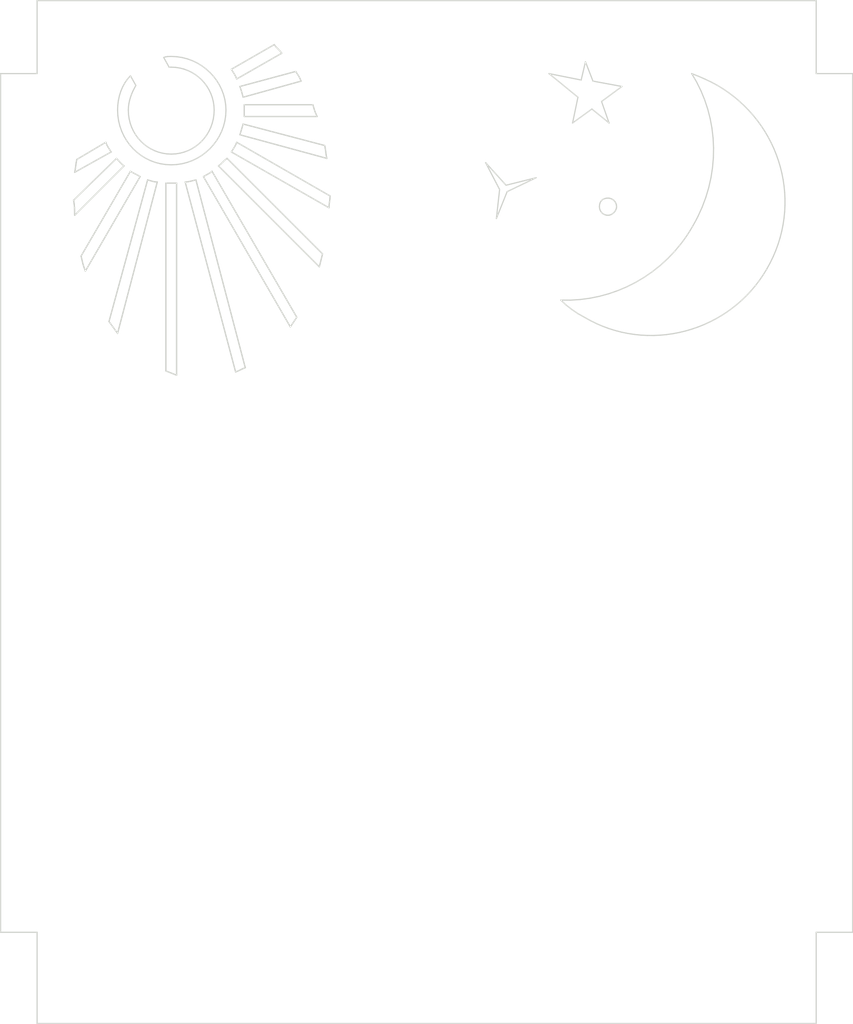
<source format=kicad_pcb>

(kicad_pcb (version 4) (host pcbnew 4.0.7)

	(general
		(links 0)
		(no_connects 0)
		(area 77.052499 41.877835 92.193313 53.630501)
		(thickness 1.6)
		(drawings 8)
		(tracks 0)
		(zones 0)
		(modules 1)
		(nets 1)
	)

	(page A4)
	(layers
		(0 F.Cu signal)
		(31 B.Cu signal)
		(32 B.Adhes user)
		(33 F.Adhes user)
		(34 B.Paste user)
		(35 F.Paste user)
		(36 B.SilkS user)
		(37 F.SilkS user)
		(38 B.Mask user)
		(39 F.Mask user)
		(40 Dwgs.User user)
		(41 Cmts.User user)
		(42 Eco1.User user)
		(43 Eco2.User user)
		(44 Edge.Cuts user)
		(45 Margin user)
		(46 B.CrtYd user)
		(47 F.CrtYd user)
		(48 B.Fab user)
		(49 F.Fab user)
	)

	(setup
		(last_trace_width 0.25)
		(trace_clearance 0.2)
		(zone_clearance 0.508)
		(zone_45_only no)
		(trace_min 0.2)
		(segment_width 0.2)
		(edge_width 0.15)
		(via_size 0.6)
		(via_drill 0.4)
		(via_min_size 0.4)
		(via_min_drill 0.3)
		(uvia_size 0.3)
		(uvia_drill 0.1)
		(uvias_allowed no)
		(uvia_min_size 0.2)
		(uvia_min_drill 0.1)
		(pcb_text_width 0.3)
		(pcb_text_size 1.5 1.5)
		(mod_edge_width 0.15)
		(mod_text_size 1 1)
		(mod_text_width 0.15)
		(pad_size 1.524 1.524)
		(pad_drill 0.762)
		(pad_to_mask_clearance 0.2)
		(aux_axis_origin 0 0)
		(visible_elements FFFFFF7F)
		(pcbplotparams
			(layerselection 0x010f0_80000001)
			(usegerberextensions false)
			(excludeedgelayer true)
			(linewidth 0.100000)
			(plotframeref false)
			(viasonmask false)
			(mode 1)
			(useauxorigin false)
			(hpglpennumber 1)
			(hpglpenspeed 20)
			(hpglpendiameter 15)
			(hpglpenoverlay 2)
			(psnegative false)
			(psa4output false)
			(plotreference true)
			(plotvalue true)
			(plotinvisibletext false)
			(padsonsilk false)
			(subtractmaskfromsilk false)
			(outputformat 1)
			(mirror false)
			(drillshape 1)
			(scaleselection 1)
			(outputdirectory gerbers/))
	)

	(net 0 "")

	(net_class Default "This is the default net class."
		(clearance 0.2)
		(trace_width 0.25)
		(via_dia 0.6)
		(via_drill 0.4)
		(uvia_dia 0.3)
		(uvia_drill 0.1)
	)
(gr_line (start 23.273100 -43.019920) (end 23.273100 27.535600) (layer Edge.Cuts) (width 0.1))
(gr_line (start 23.273100 27.535600) (end 20.274500 27.535600) (layer Edge.Cuts) (width 0.1))
(gr_line (start 20.274500 27.535600) (end 20.274500 35.032200) (layer Edge.Cuts) (width 0.1))
(gr_line (start 20.274500 35.032200) (end -43.754650 35.032200) (layer Edge.Cuts) (width 0.1))
(gr_line (start -43.754650 35.032200) (end -43.754650 27.535600) (layer Edge.Cuts) (width 0.1))
(gr_line (start -43.754650 27.535600) (end -46.753260 27.535600) (layer Edge.Cuts) (width 0.1))
(gr_line (start -46.753260 27.535600) (end -46.753260 -43.019920) (layer Edge.Cuts) (width 0.1))
(gr_line (start -46.753260 -43.019920) (end -43.754650 -43.019920) (layer Edge.Cuts) (width 0.1))
(gr_line (start -43.754650 -43.019920) (end -43.754650 -49.017140) (layer Edge.Cuts) (width 0.1))
(gr_line (start -43.754650 -49.017140) (end 20.274500 -49.017140) (layer Edge.Cuts) (width 0.1))
(gr_line (start 20.274500 -49.017140) (end 20.274500 -43.019920) (layer Edge.Cuts) (width 0.1))
(gr_line (start 20.274500 -43.019920) (end 23.273100 -43.019920) (layer Edge.Cuts) (width 0.1))
(gr_line (start 23.273100 -43.019920) (end 23.273100 -43.019920) (layer Edge.Cuts) (width 0.1))
(gr_line (start -32.730300 -34.024100) (end -32.289400 -34.024100) (layer Edge.Cuts) (width 0.1))
(gr_line (start -32.289400 -34.024100) (end -32.289400 -18.237300) (layer Edge.Cuts) (width 0.1))
(gr_line (start -32.289400 -18.237300) (end -32.730300 -18.413700) (layer Edge.Cuts) (width 0.1))
(gr_line (start -32.730300 -18.413700) (end -33.171300 -18.590100) (layer Edge.Cuts) (width 0.1))
(gr_line (start -33.171300 -18.590100) (end -33.171300 -34.024100) (layer Edge.Cuts) (width 0.1))
(gr_line (start -33.171300 -34.024100) (end -32.730300 -34.024100) (layer Edge.Cuts) (width 0.1))
(gr_line (start -32.730300 -34.024100) (end -32.730300 -34.024100) (layer Edge.Cuts) (width 0.1))
(gr_line (start -32.730300 -34.024100) (end -32.730300 -34.024100) (layer Edge.Cuts) (width 0.1))
(gr_line (start -26.644900 -18.854600) (end -26.843400 -18.774700) (layer Edge.Cuts) (width 0.1))
(gr_line (start -26.843400 -18.774700) (end -27.041800 -18.678300) (layer Edge.Cuts) (width 0.1))
(gr_line (start -27.041800 -18.678300) (end -27.240200 -18.581800) (layer Edge.Cuts) (width 0.1))
(gr_line (start -27.240200 -18.581800) (end -27.438700 -18.501900) (layer Edge.Cuts) (width 0.1))
(gr_line (start -27.438700 -18.501900) (end -31.583800 -34.112300) (layer Edge.Cuts) (width 0.1))
(gr_line (start -31.583800 -34.112300) (end -31.384000 -34.127400) (layer Edge.Cuts) (width 0.1))
(gr_line (start -31.384000 -34.127400) (end -31.175900 -34.167400) (layer Edge.Cuts) (width 0.1))
(gr_line (start -31.175900 -34.167400) (end -30.701900 -34.288700) (layer Edge.Cuts) (width 0.1))
(gr_line (start -30.701900 -34.288700) (end -26.644900 -18.854600) (layer Edge.Cuts) (width 0.1))
(gr_line (start -26.644900 -18.854600) (end -26.644900 -18.854600) (layer Edge.Cuts) (width 0.1))
(gr_line (start -22.411600 -22.999800) (end -22.940800 -22.206000) (layer Edge.Cuts) (width 0.1))
(gr_line (start -22.940800 -22.206000) (end -30.084500 -34.553300) (layer Edge.Cuts) (width 0.1))
(gr_line (start -30.084500 -34.553300) (end -29.887500 -34.671800) (layer Edge.Cuts) (width 0.1))
(gr_line (start -29.887500 -34.671800) (end -29.698700 -34.773700) (layer Edge.Cuts) (width 0.1))
(gr_line (start -29.698700 -34.773700) (end -29.526400 -34.875700) (layer Edge.Cuts) (width 0.1))
(gr_line (start -29.526400 -34.875700) (end -29.379000 -34.994200) (layer Edge.Cuts) (width 0.1))
(gr_line (start -29.379000 -34.994200) (end -22.411600 -22.999800) (layer Edge.Cuts) (width 0.1))
(gr_line (start -22.411600 -22.999800) (end -22.411600 -22.999800) (layer Edge.Cuts) (width 0.1))
(gr_line (start -20.294900 -28.203300) (end -20.559500 -27.144900) (layer Edge.Cuts) (width 0.1))
(gr_line (start -20.559500 -27.144900) (end -28.849800 -35.435200) (layer Edge.Cuts) (width 0.1))
(gr_line (start -28.849800 -35.435200) (end -28.665100 -35.581300) (layer Edge.Cuts) (width 0.1))
(gr_line (start -28.665100 -35.581300) (end -28.497000 -35.743900) (layer Edge.Cuts) (width 0.1))
(gr_line (start -28.497000 -35.743900) (end -28.328900 -35.906500) (layer Edge.Cuts) (width 0.1))
(gr_line (start -28.328900 -35.906500) (end -28.144200 -36.052600) (layer Edge.Cuts) (width 0.1))
(gr_line (start -28.144200 -36.052600) (end -20.294900 -28.203300) (layer Edge.Cuts) (width 0.1))
(gr_line (start -20.294900 -28.203300) (end -20.294900 -28.203300) (layer Edge.Cuts) (width 0.1))
(gr_line (start -19.677600 -32.965800) (end -19.677600 -32.965800) (layer Edge.Cuts) (width 0.1))
(gr_line (start -19.677600 -32.965800) (end -19.691300 -32.714900) (layer Edge.Cuts) (width 0.1))
(gr_line (start -19.691300 -32.714900) (end -19.721700 -32.480700) (layer Edge.Cuts) (width 0.1))
(gr_line (start -19.721700 -32.480700) (end -19.752000 -32.246400) (layer Edge.Cuts) (width 0.1))
(gr_line (start -19.752000 -32.246400) (end -19.765800 -31.995600) (layer Edge.Cuts) (width 0.1))
(gr_line (start -19.765800 -31.995600) (end -27.791500 -36.581700) (layer Edge.Cuts) (width 0.1))
(gr_line (start -27.791500 -36.581700) (end -27.537900 -36.978600) (layer Edge.Cuts) (width 0.1))
(gr_line (start -27.537900 -36.978600) (end -27.431800 -37.177000) (layer Edge.Cuts) (width 0.1))
(gr_line (start -27.431800 -37.177000) (end -27.350500 -37.375500) (layer Edge.Cuts) (width 0.1))
(gr_line (start -27.350500 -37.375500) (end -19.677600 -32.965800) (layer Edge.Cuts) (width 0.1))
(gr_line (start -19.677600 -32.965800) (end -19.677600 -32.965800) (layer Edge.Cuts) (width 0.1))
(gr_line (start -19.942200 -36.052600) (end -27.085900 -37.992800) (layer Edge.Cuts) (width 0.1))
(gr_line (start -27.085900 -37.992800) (end -26.821300 -38.874800) (layer Edge.Cuts) (width 0.1))
(gr_line (start -26.821300 -38.874800) (end -20.118500 -37.110900) (layer Edge.Cuts) (width 0.1))
(gr_line (start -20.118500 -37.110900) (end -20.066200 -36.846300) (layer Edge.Cuts) (width 0.1))
(gr_line (start -20.066200 -36.846300) (end -20.030300 -36.581700) (layer Edge.Cuts) (width 0.1))
(gr_line (start -20.030300 -36.581700) (end -19.994500 -36.317100) (layer Edge.Cuts) (width 0.1))
(gr_line (start -19.994500 -36.317100) (end -19.942200 -36.052600) (layer Edge.Cuts) (width 0.1))
(gr_line (start -19.942200 -36.052600) (end -19.942200 -36.052600) (layer Edge.Cuts) (width 0.1))
(gr_line (start -19.942200 -36.052600) (end -19.942200 -36.052600) (layer Edge.Cuts) (width 0.1))
(gr_line (start -26.733100 -39.492100) (end -26.733100 -40.021310) (layer Edge.Cuts) (width 0.1))
(gr_line (start -26.733100 -40.021310) (end -26.733100 -40.462280) (layer Edge.Cuts) (width 0.1))
(gr_line (start -26.733100 -40.462280) (end -21.088700 -40.462280) (layer Edge.Cuts) (width 0.1))
(gr_line (start -21.088700 -40.462280) (end -20.945400 -39.977200) (layer Edge.Cuts) (width 0.1))
(gr_line (start -20.945400 -39.977200) (end -20.853000 -39.742900) (layer Edge.Cuts) (width 0.1))
(gr_line (start -20.853000 -39.742900) (end -20.735900 -39.492100) (layer Edge.Cuts) (width 0.1))
(gr_line (start -20.735900 -39.492100) (end -26.733100 -39.492100) (layer Edge.Cuts) (width 0.1))
(gr_line (start -26.733100 -39.492100) (end -26.733100 -39.492100) (layer Edge.Cuts) (width 0.1))
(gr_line (start -22.058800 -42.402560) (end -26.821300 -41.079640) (layer Edge.Cuts) (width 0.1))
(gr_line (start -26.821300 -41.079640) (end -26.953600 -41.553690) (layer Edge.Cuts) (width 0.1))
(gr_line (start -26.953600 -41.553690) (end -27.085900 -41.961580) (layer Edge.Cuts) (width 0.1))
(gr_line (start -27.085900 -41.961580) (end -22.499800 -43.196310) (layer Edge.Cuts) (width 0.1))
(gr_line (start -22.499800 -43.196310) (end -22.246200 -42.799430) (layer Edge.Cuts) (width 0.1))
(gr_line (start -22.246200 -42.799430) (end -22.140100 -42.600990) (layer Edge.Cuts) (width 0.1))
(gr_line (start -22.140100 -42.600990) (end -22.058800 -42.402560) (layer Edge.Cuts) (width 0.1))
(gr_line (start -22.058800 -42.402560) (end -22.058800 -42.402560) (layer Edge.Cuts) (width 0.1))
(gr_line (start -22.058800 -42.402560) (end -22.058800 -42.402560) (layer Edge.Cuts) (width 0.1))
(gr_line (start -23.646300 -44.695610) (end -27.350500 -42.578950) (layer Edge.Cuts) (width 0.1))
(gr_line (start -27.350500 -42.578950) (end -27.431800 -42.777380) (layer Edge.Cuts) (width 0.1))
(gr_line (start -27.431800 -42.777380) (end -27.537900 -42.975820) (layer Edge.Cuts) (width 0.1))
(gr_line (start -27.537900 -42.975820) (end -27.791500 -43.372700) (layer Edge.Cuts) (width 0.1))
(gr_line (start -27.791500 -43.372700) (end -24.263700 -45.401170) (layer Edge.Cuts) (width 0.1))
(gr_line (start -24.263700 -45.401170) (end -24.117600 -45.216510) (layer Edge.Cuts) (width 0.1))
(gr_line (start -24.117600 -45.216510) (end -23.955000 -45.048390) (layer Edge.Cuts) (width 0.1))
(gr_line (start -23.955000 -45.048390) (end -23.792400 -44.880270) (layer Edge.Cuts) (width 0.1))
(gr_line (start -23.792400 -44.880270) (end -23.646300 -44.695610) (layer Edge.Cuts) (width 0.1))
(gr_line (start -23.646300 -44.695610) (end -23.646300 -44.695610) (layer Edge.Cuts) (width 0.1))
(gr_line (start -23.646300 -44.695610) (end -23.646300 -44.695610) (layer Edge.Cuts) (width 0.1))
(gr_line (start -38.110200 -37.375500) (end -38.028900 -37.177000) (layer Edge.Cuts) (width 0.1))
(gr_line (start -38.028900 -37.177000) (end -37.922800 -36.978600) (layer Edge.Cuts) (width 0.1))
(gr_line (start -37.922800 -36.978600) (end -37.669200 -36.581700) (layer Edge.Cuts) (width 0.1))
(gr_line (start -37.669200 -36.581700) (end -40.667850 -34.906000) (layer Edge.Cuts) (width 0.1))
(gr_line (start -40.667850 -34.906000) (end -40.615480 -35.170600) (layer Edge.Cuts) (width 0.1))
(gr_line (start -40.615480 -35.170600) (end -40.579650 -35.435200) (layer Edge.Cuts) (width 0.1))
(gr_line (start -40.579650 -35.435200) (end -40.543820 -35.699800) (layer Edge.Cuts) (width 0.1))
(gr_line (start -40.543820 -35.699800) (end -40.491460 -35.964400) (layer Edge.Cuts) (width 0.1))
(gr_line (start -40.491460 -35.964400) (end -38.110200 -37.375500) (layer Edge.Cuts) (width 0.1))
(gr_line (start -38.110200 -37.375500) (end -38.110200 -37.375500) (layer Edge.Cuts) (width 0.1))
(gr_line (start -36.610900 -35.435200) (end -40.667850 -31.378300) (layer Edge.Cuts) (width 0.1))
(gr_line (start -40.667850 -31.378300) (end -40.678870 -31.995600) (layer Edge.Cuts) (width 0.1))
(gr_line (start -40.678870 -31.995600) (end -40.705050 -32.296000) (layer Edge.Cuts) (width 0.1))
(gr_line (start -40.705050 -32.296000) (end -40.756040 -32.613000) (layer Edge.Cuts) (width 0.1))
(gr_line (start -40.756040 -32.613000) (end -37.228300 -36.052600) (layer Edge.Cuts) (width 0.1))
(gr_line (start -37.228300 -36.052600) (end -36.952700 -35.743900) (layer Edge.Cuts) (width 0.1))
(gr_line (start -36.952700 -35.743900) (end -36.794200 -35.581300) (layer Edge.Cuts) (width 0.1))
(gr_line (start -36.794200 -35.581300) (end -36.610900 -35.435200) (layer Edge.Cuts) (width 0.1))
(gr_line (start -36.610900 -35.435200) (end -36.610900 -35.435200) (layer Edge.Cuts) (width 0.1))
(gr_line (start -36.610900 -35.435200) (end -36.610900 -35.435200) (layer Edge.Cuts) (width 0.1))
(gr_line (start -36.081700 -34.994200) (end -35.883300 -34.875700) (layer Edge.Cuts) (width 0.1))
(gr_line (start -35.883300 -34.875700) (end -35.684900 -34.773700) (layer Edge.Cuts) (width 0.1))
(gr_line (start -35.684900 -34.773700) (end -35.486400 -34.671800) (layer Edge.Cuts) (width 0.1))
(gr_line (start -35.486400 -34.671800) (end -35.288000 -34.553300) (layer Edge.Cuts) (width 0.1))
(gr_line (start -35.288000 -34.553300) (end -39.785900 -26.792100) (layer Edge.Cuts) (width 0.1))
(gr_line (start -39.785900 -26.792100) (end -39.903000 -27.109100) (layer Edge.Cuts) (width 0.1))
(gr_line (start -39.903000 -27.109100) (end -39.995400 -27.409500) (layer Edge.Cuts) (width 0.1))
(gr_line (start -39.995400 -27.409500) (end -40.138680 -28.026900) (layer Edge.Cuts) (width 0.1))
(gr_line (start -40.138680 -28.026900) (end -36.081700 -34.994200) (layer Edge.Cuts) (width 0.1))
(gr_line (start -36.081700 -34.994200) (end -36.081700 -34.994200) (layer Edge.Cuts) (width 0.1))
(gr_line (start -34.670600 -34.288700) (end -34.273800 -34.167400) (layer Edge.Cuts) (width 0.1))
(gr_line (start -34.273800 -34.167400) (end -34.075300 -34.127400) (layer Edge.Cuts) (width 0.1))
(gr_line (start -34.075300 -34.127400) (end -33.876900 -34.112300) (layer Edge.Cuts) (width 0.1))
(gr_line (start -33.876900 -34.112300) (end -37.140100 -21.676900) (layer Edge.Cuts) (width 0.1))
(gr_line (start -37.140100 -21.676900) (end -37.845600 -22.647000) (layer Edge.Cuts) (width 0.1))
(gr_line (start -37.845600 -22.647000) (end -34.670600 -34.288700) (layer Edge.Cuts) (width 0.1))
(gr_line (start -34.670600 -34.288700) (end -34.670600 -34.288700) (layer Edge.Cuts) (width 0.1))
(gr_line (start -37.669200 -36.581700) (end -40.667850 -34.906000) (layer Edge.Cuts) (width 0.1))
(gr_line (start -40.667850 -34.906000) (end -40.615480 -35.170600) (layer Edge.Cuts) (width 0.1))
(gr_line (start -40.615480 -35.170600) (end -40.579650 -35.435200) (layer Edge.Cuts) (width 0.1))
(gr_line (start -40.579650 -35.435200) (end -40.543820 -35.699800) (layer Edge.Cuts) (width 0.1))
(gr_line (start -40.543820 -35.699800) (end -40.491460 -35.964400) (layer Edge.Cuts) (width 0.1))
(gr_line (start -40.491460 -35.964400) (end -38.110200 -37.375500) (layer Edge.Cuts) (width 0.1))
(gr_line (start -38.110200 -37.375500) (end -38.028900 -37.177000) (layer Edge.Cuts) (width 0.1))
(gr_line (start -38.028900 -37.177000) (end -37.922800 -36.978600) (layer Edge.Cuts) (width 0.1))
(gr_line (start -37.922800 -36.978600) (end -37.669200 -36.581700) (layer Edge.Cuts) (width 0.1))
(gr_line (start -37.669200 -36.581700) (end -37.669200 -36.581700) (layer Edge.Cuts) (width 0.1))
(gr_line (start -37.669200 -36.581700) (end -37.669200 -36.581700) (layer Edge.Cuts) (width 0.1))
(gr_line (start -36.610900 -35.435200) (end -40.667850 -31.378300) (layer Edge.Cuts) (width 0.1))
(gr_line (start -40.667850 -31.378300) (end -40.678870 -31.995600) (layer Edge.Cuts) (width 0.1))
(gr_line (start -40.678870 -31.995600) (end -40.705050 -32.296000) (layer Edge.Cuts) (width 0.1))
(gr_line (start -40.705050 -32.296000) (end -40.756040 -32.613000) (layer Edge.Cuts) (width 0.1))
(gr_line (start -40.756040 -32.613000) (end -37.228300 -36.052600) (layer Edge.Cuts) (width 0.1))
(gr_line (start -37.228300 -36.052600) (end -36.952700 -35.743900) (layer Edge.Cuts) (width 0.1))
(gr_line (start -36.952700 -35.743900) (end -36.794200 -35.581300) (layer Edge.Cuts) (width 0.1))
(gr_line (start -36.794200 -35.581300) (end -36.610900 -35.435200) (layer Edge.Cuts) (width 0.1))
(gr_line (start -36.610900 -35.435200) (end -36.610900 -35.435200) (layer Edge.Cuts) (width 0.1))
(gr_line (start -36.610900 -35.435200) (end -36.610900 -35.435200) (layer Edge.Cuts) (width 0.1))
(gr_line (start -35.288000 -34.553300) (end -39.785900 -26.792100) (layer Edge.Cuts) (width 0.1))
(gr_line (start -39.785900 -26.792100) (end -39.903000 -27.109100) (layer Edge.Cuts) (width 0.1))
(gr_line (start -39.903000 -27.109100) (end -39.995400 -27.409500) (layer Edge.Cuts) (width 0.1))
(gr_line (start -39.995400 -27.409500) (end -40.138680 -28.026900) (layer Edge.Cuts) (width 0.1))
(gr_line (start -40.138680 -28.026900) (end -36.081700 -34.994200) (layer Edge.Cuts) (width 0.1))
(gr_line (start -36.081700 -34.994200) (end -35.883300 -34.875700) (layer Edge.Cuts) (width 0.1))
(gr_line (start -35.883300 -34.875700) (end -35.684900 -34.773700) (layer Edge.Cuts) (width 0.1))
(gr_line (start -35.684900 -34.773700) (end -35.486400 -34.671800) (layer Edge.Cuts) (width 0.1))
(gr_line (start -35.486400 -34.671800) (end -35.288000 -34.553300) (layer Edge.Cuts) (width 0.1))
(gr_line (start -35.288000 -34.553300) (end -35.288000 -34.553300) (layer Edge.Cuts) (width 0.1))
(gr_line (start -35.288000 -34.553300) (end -35.288000 -34.553300) (layer Edge.Cuts) (width 0.1))
(gr_line (start -34.670600 -34.288700) (end -34.273800 -34.167400) (layer Edge.Cuts) (width 0.1))
(gr_line (start -34.273800 -34.167400) (end -34.075300 -34.127400) (layer Edge.Cuts) (width 0.1))
(gr_line (start -34.075300 -34.127400) (end -33.876900 -34.112300) (layer Edge.Cuts) (width 0.1))
(gr_line (start -33.876900 -34.112300) (end -37.140100 -21.676900) (layer Edge.Cuts) (width 0.1))
(gr_line (start -37.140100 -21.676900) (end -37.845600 -22.647000) (layer Edge.Cuts) (width 0.1))
(gr_line (start -37.845600 -22.647000) (end -34.670600 -34.288700) (layer Edge.Cuts) (width 0.1))
(gr_line (start -34.670600 -34.288700) (end -34.670600 -34.288700) (layer Edge.Cuts) (width 0.1))
(gr_line (start -32.730300 -34.024100) (end -32.289400 -34.024100) (layer Edge.Cuts) (width 0.1))
(gr_line (start -32.289400 -34.024100) (end -32.289400 -18.237300) (layer Edge.Cuts) (width 0.1))
(gr_line (start -32.289400 -18.237300) (end -32.730300 -18.413700) (layer Edge.Cuts) (width 0.1))
(gr_line (start -32.730300 -18.413700) (end -33.171300 -18.590100) (layer Edge.Cuts) (width 0.1))
(gr_line (start -33.171300 -18.590100) (end -33.171300 -34.024100) (layer Edge.Cuts) (width 0.1))
(gr_line (start -33.171300 -34.024100) (end -32.730300 -34.024100) (layer Edge.Cuts) (width 0.1))
(gr_line (start -32.730300 -34.024100) (end -32.730300 -34.024100) (layer Edge.Cuts) (width 0.1))
(gr_line (start -32.730300 -34.024100) (end -32.730300 -34.024100) (layer Edge.Cuts) (width 0.1))
(gr_line (start -30.701900 -34.288700) (end -26.644900 -18.854600) (layer Edge.Cuts) (width 0.1))
(gr_line (start -26.644900 -18.854600) (end -26.843400 -18.774700) (layer Edge.Cuts) (width 0.1))
(gr_line (start -26.843400 -18.774700) (end -27.041800 -18.678300) (layer Edge.Cuts) (width 0.1))
(gr_line (start -27.041800 -18.678300) (end -27.240200 -18.581800) (layer Edge.Cuts) (width 0.1))
(gr_line (start -27.240200 -18.581800) (end -27.438700 -18.501900) (layer Edge.Cuts) (width 0.1))
(gr_line (start -27.438700 -18.501900) (end -31.583800 -34.112300) (layer Edge.Cuts) (width 0.1))
(gr_line (start -31.583800 -34.112300) (end -31.384000 -34.127400) (layer Edge.Cuts) (width 0.1))
(gr_line (start -31.384000 -34.127400) (end -31.175900 -34.167400) (layer Edge.Cuts) (width 0.1))
(gr_line (start -31.175900 -34.167400) (end -30.701900 -34.288700) (layer Edge.Cuts) (width 0.1))
(gr_line (start -30.701900 -34.288700) (end -30.701900 -34.288700) (layer Edge.Cuts) (width 0.1))
(gr_line (start -30.701900 -34.288700) (end -30.701900 -34.288700) (layer Edge.Cuts) (width 0.1))
(gr_line (start -27.350500 -42.578950) (end -27.431800 -42.777380) (layer Edge.Cuts) (width 0.1))
(gr_line (start -27.431800 -42.777380) (end -27.537900 -42.975820) (layer Edge.Cuts) (width 0.1))
(gr_line (start -27.537900 -42.975820) (end -27.791500 -43.372700) (layer Edge.Cuts) (width 0.1))
(gr_line (start -27.791500 -43.372700) (end -24.263700 -45.401170) (layer Edge.Cuts) (width 0.1))
(gr_line (start -24.263700 -45.401170) (end -24.117600 -45.216510) (layer Edge.Cuts) (width 0.1))
(gr_line (start -24.117600 -45.216510) (end -23.955000 -45.048390) (layer Edge.Cuts) (width 0.1))
(gr_line (start -23.955000 -45.048390) (end -23.792400 -44.880270) (layer Edge.Cuts) (width 0.1))
(gr_line (start -23.792400 -44.880270) (end -23.646300 -44.695610) (layer Edge.Cuts) (width 0.1))
(gr_line (start -23.646300 -44.695610) (end -27.350500 -42.578950) (layer Edge.Cuts) (width 0.1))
(gr_line (start -27.350500 -42.578950) (end -27.350500 -42.578950) (layer Edge.Cuts) (width 0.1))
(gr_line (start -29.379000 -34.994200) (end -22.411600 -22.999800) (layer Edge.Cuts) (width 0.1))
(gr_line (start -22.411600 -22.999800) (end -22.940800 -22.206000) (layer Edge.Cuts) (width 0.1))
(gr_line (start -22.940800 -22.206000) (end -30.084500 -34.553300) (layer Edge.Cuts) (width 0.1))
(gr_line (start -30.084500 -34.553300) (end -29.887500 -34.671800) (layer Edge.Cuts) (width 0.1))
(gr_line (start -29.887500 -34.671800) (end -29.698700 -34.773700) (layer Edge.Cuts) (width 0.1))
(gr_line (start -29.698700 -34.773700) (end -29.526400 -34.875700) (layer Edge.Cuts) (width 0.1))
(gr_line (start -29.526400 -34.875700) (end -29.379000 -34.994200) (layer Edge.Cuts) (width 0.1))
(gr_line (start -29.379000 -34.994200) (end -29.379000 -34.994200) (layer Edge.Cuts) (width 0.1))
(gr_line (start -29.379000 -34.994200) (end -29.379000 -34.994200) (layer Edge.Cuts) (width 0.1))
(gr_line (start -27.085900 -41.961580) (end -22.499800 -43.196310) (layer Edge.Cuts) (width 0.1))
(gr_line (start -22.499800 -43.196310) (end -22.246200 -42.799430) (layer Edge.Cuts) (width 0.1))
(gr_line (start -22.246200 -42.799430) (end -22.140100 -42.600990) (layer Edge.Cuts) (width 0.1))
(gr_line (start -22.140100 -42.600990) (end -22.058800 -42.402560) (layer Edge.Cuts) (width 0.1))
(gr_line (start -22.058800 -42.402560) (end -26.821300 -41.079640) (layer Edge.Cuts) (width 0.1))
(gr_line (start -26.821300 -41.079640) (end -26.953600 -41.553690) (layer Edge.Cuts) (width 0.1))
(gr_line (start -26.953600 -41.553690) (end -27.085900 -41.961580) (layer Edge.Cuts) (width 0.1))
(gr_line (start -27.085900 -41.961580) (end -27.085900 -41.961580) (layer Edge.Cuts) (width 0.1))
(gr_line (start -27.085900 -41.961580) (end -27.085900 -41.961580) (layer Edge.Cuts) (width 0.1))
(gr_line (start -26.733100 -40.462280) (end -21.088700 -40.462280) (layer Edge.Cuts) (width 0.1))
(gr_line (start -21.088700 -40.462280) (end -20.945400 -39.977200) (layer Edge.Cuts) (width 0.1))
(gr_line (start -20.945400 -39.977200) (end -20.853000 -39.742900) (layer Edge.Cuts) (width 0.1))
(gr_line (start -20.853000 -39.742900) (end -20.735900 -39.492100) (layer Edge.Cuts) (width 0.1))
(gr_line (start -20.735900 -39.492100) (end -26.733100 -39.492100) (layer Edge.Cuts) (width 0.1))
(gr_line (start -26.733100 -39.492100) (end -26.733100 -40.021310) (layer Edge.Cuts) (width 0.1))
(gr_line (start -26.733100 -40.021310) (end -26.733100 -40.462280) (layer Edge.Cuts) (width 0.1))
(gr_line (start -26.733100 -40.462280) (end -26.733100 -40.462280) (layer Edge.Cuts) (width 0.1))
(gr_line (start -26.733100 -40.462280) (end -26.733100 -40.462280) (layer Edge.Cuts) (width 0.1))
(gr_line (start -28.144200 -36.052600) (end -20.294900 -28.203300) (layer Edge.Cuts) (width 0.1))
(gr_line (start -20.294900 -28.203300) (end -20.559500 -27.144900) (layer Edge.Cuts) (width 0.1))
(gr_line (start -20.559500 -27.144900) (end -28.849800 -35.435200) (layer Edge.Cuts) (width 0.1))
(gr_line (start -28.849800 -35.435200) (end -28.665100 -35.581300) (layer Edge.Cuts) (width 0.1))
(gr_line (start -28.665100 -35.581300) (end -28.497000 -35.743900) (layer Edge.Cuts) (width 0.1))
(gr_line (start -28.497000 -35.743900) (end -28.328900 -35.906500) (layer Edge.Cuts) (width 0.1))
(gr_line (start -28.328900 -35.906500) (end -28.144200 -36.052600) (layer Edge.Cuts) (width 0.1))
(gr_line (start -28.144200 -36.052600) (end -28.144200 -36.052600) (layer Edge.Cuts) (width 0.1))
(gr_line (start -28.144200 -36.052600) (end -28.144200 -36.052600) (layer Edge.Cuts) (width 0.1))
(gr_line (start -26.821300 -38.874800) (end -20.118500 -37.110900) (layer Edge.Cuts) (width 0.1))
(gr_line (start -20.118500 -37.110900) (end -20.066200 -36.846300) (layer Edge.Cuts) (width 0.1))
(gr_line (start -20.066200 -36.846300) (end -20.030300 -36.581700) (layer Edge.Cuts) (width 0.1))
(gr_line (start -20.030300 -36.581700) (end -19.994500 -36.317100) (layer Edge.Cuts) (width 0.1))
(gr_line (start -19.994500 -36.317100) (end -19.942200 -36.052600) (layer Edge.Cuts) (width 0.1))
(gr_line (start -19.942200 -36.052600) (end -27.085900 -37.992800) (layer Edge.Cuts) (width 0.1))
(gr_line (start -27.085900 -37.992800) (end -26.821300 -38.874800) (layer Edge.Cuts) (width 0.1))
(gr_line (start -26.821300 -38.874800) (end -26.821300 -38.874800) (layer Edge.Cuts) (width 0.1))
(gr_line (start -26.821300 -38.874800) (end -26.821300 -38.874800) (layer Edge.Cuts) (width 0.1))
(gr_line (start -19.677600 -32.965800) (end -19.677600 -32.965800) (layer Edge.Cuts) (width 0.1))
(gr_line (start -19.677600 -32.965800) (end -19.691300 -32.714900) (layer Edge.Cuts) (width 0.1))
(gr_line (start -19.691300 -32.714900) (end -19.721700 -32.480700) (layer Edge.Cuts) (width 0.1))
(gr_line (start -19.721700 -32.480700) (end -19.752000 -32.246400) (layer Edge.Cuts) (width 0.1))
(gr_line (start -19.752000 -32.246400) (end -19.765800 -31.995600) (layer Edge.Cuts) (width 0.1))
(gr_line (start -19.765800 -31.995600) (end -27.791500 -36.581700) (layer Edge.Cuts) (width 0.1))
(gr_line (start -27.791500 -36.581700) (end -27.537900 -36.978600) (layer Edge.Cuts) (width 0.1))
(gr_line (start -27.537900 -36.978600) (end -27.431800 -37.177000) (layer Edge.Cuts) (width 0.1))
(gr_line (start -27.431800 -37.177000) (end -27.350500 -37.375500) (layer Edge.Cuts) (width 0.1))
(gr_line (start -27.350500 -37.375500) (end -19.677600 -32.965800) (layer Edge.Cuts) (width 0.1))
(gr_line (start -19.677600 -32.965800) (end -19.677600 -32.965800) (layer Edge.Cuts) (width 0.1))
(gr_line (start -32.730300 -44.431030) (end -33.039000 -44.420000) (layer Edge.Cuts) (width 0.1))
(gr_line (start -33.039000 -44.420000) (end -33.201600 -44.393820) (layer Edge.Cuts) (width 0.1))
(gr_line (start -33.201600 -44.393820) (end -33.347700 -44.342830) (layer Edge.Cuts) (width 0.1))
(gr_line (start -33.347700 -44.342830) (end -32.906700 -43.549080) (layer Edge.Cuts) (width 0.1))
(gr_line (start -32.906700 -43.549080) (end -32.730300 -43.549080) (layer Edge.Cuts) (width 0.1))
(gr_line (start -32.730300 -43.549080) (end -32.371000 -43.530780) (layer Edge.Cuts) (width 0.1))
(gr_line (start -32.371000 -43.530780) (end -32.021700 -43.477080) (layer Edge.Cuts) (width 0.1))
(gr_line (start -32.021700 -43.477080) (end -31.684300 -43.389790) (layer Edge.Cuts) (width 0.1))
(gr_line (start -31.684300 -43.389790) (end -31.360600 -43.270720) (layer Edge.Cuts) (width 0.1))
(gr_line (start -31.360600 -43.270720) (end -31.052400 -43.121680) (layer Edge.Cuts) (width 0.1))
(gr_line (start -31.052400 -43.121680) (end -30.761500 -42.944470) (layer Edge.Cuts) (width 0.1))
(gr_line (start -30.761500 -42.944470) (end -30.489700 -42.740910) (layer Edge.Cuts) (width 0.1))
(gr_line (start -30.489700 -42.740910) (end -30.238900 -42.512800) (layer Edge.Cuts) (width 0.1))
(gr_line (start -30.238900 -42.512800) (end -30.010700 -42.261950) (layer Edge.Cuts) (width 0.1))
(gr_line (start -30.010700 -42.261950) (end -29.807200 -41.990180) (layer Edge.Cuts) (width 0.1))
(gr_line (start -29.807200 -41.990180) (end -29.630000 -41.699280) (layer Edge.Cuts) (width 0.1))
(gr_line (start -29.630000 -41.699280) (end -29.480900 -41.391080) (layer Edge.Cuts) (width 0.1))
(gr_line (start -29.480900 -41.391080) (end -29.361900 -41.067370) (layer Edge.Cuts) (width 0.1))
(gr_line (start -29.361900 -41.067370) (end -29.274600 -40.729960) (layer Edge.Cuts) (width 0.1))
(gr_line (start -29.274600 -40.729960) (end -29.220900 -40.380670) (layer Edge.Cuts) (width 0.1))
(gr_line (start -29.220900 -40.380670) (end -29.202600 -40.021310) (layer Edge.Cuts) (width 0.1))
(gr_line (start -29.202600 -40.021310) (end -29.220900 -39.646400) (layer Edge.Cuts) (width 0.1))
(gr_line (start -29.220900 -39.646400) (end -29.274600 -39.283500) (layer Edge.Cuts) (width 0.1))
(gr_line (start -29.274600 -39.283500) (end -29.361900 -38.934400) (layer Edge.Cuts) (width 0.1))
(gr_line (start -29.361900 -38.934400) (end -29.480900 -38.600500) (layer Edge.Cuts) (width 0.1))
(gr_line (start -29.480900 -38.600500) (end -29.630000 -38.283800) (layer Edge.Cuts) (width 0.1))
(gr_line (start -29.630000 -38.283800) (end -29.807200 -37.985800) (layer Edge.Cuts) (width 0.1))
(gr_line (start -29.807200 -37.985800) (end -30.010700 -37.708200) (layer Edge.Cuts) (width 0.1))
(gr_line (start -30.010700 -37.708200) (end -30.238900 -37.452600) (layer Edge.Cuts) (width 0.1))
(gr_line (start -30.238900 -37.452600) (end -30.489700 -37.220900) (layer Edge.Cuts) (width 0.1))
(gr_line (start -30.489700 -37.220900) (end -30.761500 -37.014600) (layer Edge.Cuts) (width 0.1))
(gr_line (start -30.761500 -37.014600) (end -31.052400 -36.835400) (layer Edge.Cuts) (width 0.1))
(gr_line (start -31.052400 -36.835400) (end -31.360600 -36.685100) (layer Edge.Cuts) (width 0.1))
(gr_line (start -31.360600 -36.685100) (end -31.684300 -36.565200) (layer Edge.Cuts) (width 0.1))
(gr_line (start -31.684300 -36.565200) (end -32.021700 -36.477500) (layer Edge.Cuts) (width 0.1))
(gr_line (start -32.021700 -36.477500) (end -32.371000 -36.423700) (layer Edge.Cuts) (width 0.1))
(gr_line (start -32.371000 -36.423700) (end -32.730300 -36.405300) (layer Edge.Cuts) (width 0.1))
(gr_line (start -32.730300 -36.405300) (end -33.089700 -36.423700) (layer Edge.Cuts) (width 0.1))
(gr_line (start -33.089700 -36.423700) (end -33.439000 -36.477500) (layer Edge.Cuts) (width 0.1))
(gr_line (start -33.439000 -36.477500) (end -33.776400 -36.565200) (layer Edge.Cuts) (width 0.1))
(gr_line (start -33.776400 -36.565200) (end -34.100100 -36.685100) (layer Edge.Cuts) (width 0.1))
(gr_line (start -34.100100 -36.685100) (end -34.408300 -36.835400) (layer Edge.Cuts) (width 0.1))
(gr_line (start -34.408300 -36.835400) (end -34.699200 -37.014600) (layer Edge.Cuts) (width 0.1))
(gr_line (start -34.699200 -37.014600) (end -34.971000 -37.220900) (layer Edge.Cuts) (width 0.1))
(gr_line (start -34.971000 -37.220900) (end -35.221800 -37.452600) (layer Edge.Cuts) (width 0.1))
(gr_line (start -35.221800 -37.452600) (end -35.449900 -37.708200) (layer Edge.Cuts) (width 0.1))
(gr_line (start -35.449900 -37.708200) (end -35.653500 -37.985800) (layer Edge.Cuts) (width 0.1))
(gr_line (start -35.653500 -37.985800) (end -35.830700 -38.283800) (layer Edge.Cuts) (width 0.1))
(gr_line (start -35.830700 -38.283800) (end -35.979800 -38.600500) (layer Edge.Cuts) (width 0.1))
(gr_line (start -35.979800 -38.600500) (end -36.098800 -38.934400) (layer Edge.Cuts) (width 0.1))
(gr_line (start -36.098800 -38.934400) (end -36.186100 -39.283500) (layer Edge.Cuts) (width 0.1))
(gr_line (start -36.186100 -39.283500) (end -36.239800 -39.646400) (layer Edge.Cuts) (width 0.1))
(gr_line (start -36.239800 -39.646400) (end -36.258100 -40.021310) (layer Edge.Cuts) (width 0.1))
(gr_line (start -36.258100 -40.021310) (end -36.246100 -40.285720) (layer Edge.Cuts) (width 0.1))
(gr_line (start -36.246100 -40.285720) (end -36.211300 -40.549100) (layer Edge.Cuts) (width 0.1))
(gr_line (start -36.211300 -40.549100) (end -36.155800 -40.810410) (layer Edge.Cuts) (width 0.1))
(gr_line (start -36.155800 -40.810410) (end -36.081700 -41.068620) (layer Edge.Cuts) (width 0.1))
(gr_line (start -36.081700 -41.068620) (end -35.991100 -41.322690) (layer Edge.Cuts) (width 0.1))
(gr_line (start -35.991100 -41.322690) (end -35.886100 -41.571600) (layer Edge.Cuts) (width 0.1))
(gr_line (start -35.886100 -41.571600) (end -35.640800 -42.049780) (layer Edge.Cuts) (width 0.1))
(gr_line (start -35.640800 -42.049780) (end -36.081700 -42.843530) (layer Edge.Cuts) (width 0.1))
(gr_line (start -36.081700 -42.843530) (end -36.329800 -42.563100) (layer Edge.Cuts) (width 0.1))
(gr_line (start -36.329800 -42.563100) (end -36.544800 -42.253730) (layer Edge.Cuts) (width 0.1))
(gr_line (start -36.544800 -42.253730) (end -36.726700 -41.919550) (layer Edge.Cuts) (width 0.1))
(gr_line (start -36.726700 -41.919550) (end -36.875500 -41.564710) (layer Edge.Cuts) (width 0.1))
(gr_line (start -36.875500 -41.564710) (end -36.991200 -41.193330) (layer Edge.Cuts) (width 0.1))
(gr_line (start -36.991200 -41.193330) (end -37.073900 -40.809540) (layer Edge.Cuts) (width 0.1))
(gr_line (start -37.073900 -40.809540) (end -37.123500 -40.417490) (layer Edge.Cuts) (width 0.1))
(gr_line (start -37.123500 -40.417490) (end -37.140100 -40.021310) (layer Edge.Cuts) (width 0.1))
(gr_line (start -37.140100 -40.021310) (end -37.117700 -39.563800) (layer Edge.Cuts) (width 0.1))
(gr_line (start -37.117700 -39.563800) (end -37.051900 -39.119000) (layer Edge.Cuts) (width 0.1))
(gr_line (start -37.051900 -39.119000) (end -36.944700 -38.689200) (layer Edge.Cuts) (width 0.1))
(gr_line (start -36.944700 -38.689200) (end -36.798300 -38.276700) (layer Edge.Cuts) (width 0.1))
(gr_line (start -36.798300 -38.276700) (end -36.614700 -37.883800) (layer Edge.Cuts) (width 0.1))
(gr_line (start -36.614700 -37.883800) (end -36.395900 -37.512900) (layer Edge.Cuts) (width 0.1))
(gr_line (start -36.395900 -37.512900) (end -36.144100 -37.166300) (layer Edge.Cuts) (width 0.1))
(gr_line (start -36.144100 -37.166300) (end -35.861300 -36.846300) (layer Edge.Cuts) (width 0.1))
(gr_line (start -35.861300 -36.846300) (end -35.549500 -36.555200) (layer Edge.Cuts) (width 0.1))
(gr_line (start -35.549500 -36.555200) (end -35.210800 -36.295400) (layer Edge.Cuts) (width 0.1))
(gr_line (start -35.210800 -36.295400) (end -34.847400 -36.069200) (layer Edge.Cuts) (width 0.1))
(gr_line (start -34.847400 -36.069200) (end -34.461200 -35.878900) (layer Edge.Cuts) (width 0.1))
(gr_line (start -34.461200 -35.878900) (end -34.054300 -35.726900) (layer Edge.Cuts) (width 0.1))
(gr_line (start -34.054300 -35.726900) (end -33.628800 -35.615400) (layer Edge.Cuts) (width 0.1))
(gr_line (start -33.628800 -35.615400) (end -33.186800 -35.546800) (layer Edge.Cuts) (width 0.1))
(gr_line (start -33.186800 -35.546800) (end -32.730300 -35.523400) (layer Edge.Cuts) (width 0.1))
(gr_line (start -32.730300 -35.523400) (end -32.272900 -35.546800) (layer Edge.Cuts) (width 0.1))
(gr_line (start -32.272900 -35.546800) (end -31.828100 -35.615400) (layer Edge.Cuts) (width 0.1))
(gr_line (start -31.828100 -35.615400) (end -31.398300 -35.726900) (layer Edge.Cuts) (width 0.1))
(gr_line (start -31.398300 -35.726900) (end -30.985800 -35.878900) (layer Edge.Cuts) (width 0.1))
(gr_line (start -30.985800 -35.878900) (end -30.592900 -36.069200) (layer Edge.Cuts) (width 0.1))
(gr_line (start -30.592900 -36.069200) (end -30.222000 -36.295400) (layer Edge.Cuts) (width 0.1))
(gr_line (start -30.222000 -36.295400) (end -29.875400 -36.555200) (layer Edge.Cuts) (width 0.1))
(gr_line (start -29.875400 -36.555200) (end -29.555300 -36.846300) (layer Edge.Cuts) (width 0.1))
(gr_line (start -29.555300 -36.846300) (end -29.264300 -37.166300) (layer Edge.Cuts) (width 0.1))
(gr_line (start -29.264300 -37.166300) (end -29.004500 -37.512900) (layer Edge.Cuts) (width 0.1))
(gr_line (start -29.004500 -37.512900) (end -28.778300 -37.883800) (layer Edge.Cuts) (width 0.1))
(gr_line (start -28.778300 -37.883800) (end -28.588000 -38.276700) (layer Edge.Cuts) (width 0.1))
(gr_line (start -28.588000 -38.276700) (end -28.435900 -38.689200) (layer Edge.Cuts) (width 0.1))
(gr_line (start -28.435900 -38.689200) (end -28.324400 -39.119000) (layer Edge.Cuts) (width 0.1))
(gr_line (start -28.324400 -39.119000) (end -28.255800 -39.563800) (layer Edge.Cuts) (width 0.1))
(gr_line (start -28.255800 -39.563800) (end -28.232400 -40.021310) (layer Edge.Cuts) (width 0.1))
(gr_line (start -28.232400 -40.021310) (end -28.255800 -40.463250) (layer Edge.Cuts) (width 0.1))
(gr_line (start -28.255800 -40.463250) (end -28.324400 -40.894470) (layer Edge.Cuts) (width 0.1))
(gr_line (start -28.324400 -40.894470) (end -28.435900 -41.312510) (layer Edge.Cuts) (width 0.1))
(gr_line (start -28.435900 -41.312510) (end -28.588000 -41.714920) (layer Edge.Cuts) (width 0.1))
(gr_line (start -28.588000 -41.714920) (end -28.778300 -42.099240) (layer Edge.Cuts) (width 0.1))
(gr_line (start -28.778300 -42.099240) (end -29.004500 -42.463020) (layer Edge.Cuts) (width 0.1))
(gr_line (start -29.004500 -42.463020) (end -29.264300 -42.803800) (layer Edge.Cuts) (width 0.1))
(gr_line (start -29.264300 -42.803800) (end -29.555300 -43.119140) (layer Edge.Cuts) (width 0.1))
(gr_line (start -29.555300 -43.119140) (end -29.875400 -43.406560) (layer Edge.Cuts) (width 0.1))
(gr_line (start -29.875400 -43.406560) (end -30.222000 -43.663630) (layer Edge.Cuts) (width 0.1))
(gr_line (start -30.222000 -43.663630) (end -30.592900 -43.887890) (layer Edge.Cuts) (width 0.1))
(gr_line (start -30.592900 -43.887890) (end -30.985800 -44.076870) (layer Edge.Cuts) (width 0.1))
(gr_line (start -30.985800 -44.076870) (end -31.398300 -44.228130) (layer Edge.Cuts) (width 0.1))
(gr_line (start -31.398300 -44.228130) (end -31.828100 -44.339220) (layer Edge.Cuts) (width 0.1))
(gr_line (start -31.828100 -44.339220) (end -32.272900 -44.407670) (layer Edge.Cuts) (width 0.1))
(gr_line (start -32.272900 -44.407670) (end -32.730300 -44.431030) (layer Edge.Cuts) (width 0.1))
(gr_line (start -32.730300 -44.431030) (end -32.730300 -44.431030) (layer Edge.Cuts) (width 0.1))
(gr_line (start -32.730300 -44.431030) (end -32.730300 -44.431030) (layer Edge.Cuts) (width 0.1))
(gr_line (start 16.217600 -26.968500) (end 15.925500 -26.490600) (layer Edge.Cuts) (width 0.1))
(gr_line (start 15.925500 -26.490600) (end 15.612200 -26.032500) (layer Edge.Cuts) (width 0.1))
(gr_line (start 15.612200 -26.032500) (end 15.278600 -25.594700) (layer Edge.Cuts) (width 0.1))
(gr_line (start 15.278600 -25.594700) (end 14.925800 -25.177400) (layer Edge.Cuts) (width 0.1))
(gr_line (start 14.925800 -25.177400) (end 14.554700 -24.780900) (layer Edge.Cuts) (width 0.1))
(gr_line (start 14.554700 -24.780900) (end 14.166300 -24.405500) (layer Edge.Cuts) (width 0.1))
(gr_line (start 14.166300 -24.405500) (end 13.761600 -24.051500) (layer Edge.Cuts) (width 0.1))
(gr_line (start 13.761600 -24.051500) (end 13.341600 -23.719100) (layer Edge.Cuts) (width 0.1))
(gr_line (start 13.341600 -23.719100) (end 12.907200 -23.408700) (layer Edge.Cuts) (width 0.1))
(gr_line (start 12.907200 -23.408700) (end 12.459500 -23.120600) (layer Edge.Cuts) (width 0.1))
(gr_line (start 12.459500 -23.120600) (end 11.999400 -22.855000) (layer Edge.Cuts) (width 0.1))
(gr_line (start 11.999400 -22.855000) (end 11.527900 -22.612200) (layer Edge.Cuts) (width 0.1))
(gr_line (start 11.527900 -22.612200) (end 11.046100 -22.392600) (layer Edge.Cuts) (width 0.1))
(gr_line (start 11.046100 -22.392600) (end 10.554800 -22.196300) (layer Edge.Cuts) (width 0.1))
(gr_line (start 10.554800 -22.196300) (end 10.055000 -22.023800) (layer Edge.Cuts) (width 0.1))
(gr_line (start 10.055000 -22.023800) (end 9.547900 -21.875300) (layer Edge.Cuts) (width 0.1))
(gr_line (start 9.547900 -21.875300) (end 9.034200 -21.751100) (layer Edge.Cuts) (width 0.1))
(gr_line (start 9.034200 -21.751100) (end 8.515100 -21.651400) (layer Edge.Cuts) (width 0.1))
(gr_line (start 8.515100 -21.651400) (end 7.991500 -21.576600) (layer Edge.Cuts) (width 0.1))
(gr_line (start 7.991500 -21.576600) (end 7.464400 -21.527000) (layer Edge.Cuts) (width 0.1))
(gr_line (start 7.464400 -21.527000) (end 6.934800 -21.502800) (layer Edge.Cuts) (width 0.1))
(gr_line (start 6.934800 -21.502800) (end 6.403700 -21.504400) (layer Edge.Cuts) (width 0.1))
(gr_line (start 6.403700 -21.504400) (end 5.872000 -21.532000) (layer Edge.Cuts) (width 0.1))
(gr_line (start 5.872000 -21.532000) (end 5.340700 -21.585900) (layer Edge.Cuts) (width 0.1))
(gr_line (start 5.340700 -21.585900) (end 4.810900 -21.666400) (layer Edge.Cuts) (width 0.1))
(gr_line (start 4.810900 -21.666400) (end 4.283400 -21.773900) (layer Edge.Cuts) (width 0.1))
(gr_line (start 4.283400 -21.773900) (end 3.759400 -21.908500) (layer Edge.Cuts) (width 0.1))
(gr_line (start 3.759400 -21.908500) (end 3.239700 -22.070600) (layer Edge.Cuts) (width 0.1))
(gr_line (start 3.239700 -22.070600) (end 2.725400 -22.260500) (layer Edge.Cuts) (width 0.1))
(gr_line (start 2.725400 -22.260500) (end 2.217500 -22.478500) (layer Edge.Cuts) (width 0.1))
(gr_line (start 2.217500 -22.478500) (end 1.716800 -22.724800) (layer Edge.Cuts) (width 0.1))
(gr_line (start 1.716800 -22.724800) (end 1.224500 -22.999800) (layer Edge.Cuts) (width 0.1))
(gr_line (start 1.224500 -22.999800) (end 0.698100 -23.294700) (layer Edge.Cuts) (width 0.1))
(gr_line (start 0.698100 -23.294700) (end 0.188200 -23.639200) (layer Edge.Cuts) (width 0.1))
(gr_line (start 0.188200 -23.639200) (end -0.288600 -24.016800) (layer Edge.Cuts) (width 0.1))
(gr_line (start -0.288600 -24.016800) (end -0.715800 -24.410900) (layer Edge.Cuts) (width 0.1))
(gr_line (start -0.715800 -24.410900) (end 0.078500 -24.405600) (layer Edge.Cuts) (width 0.1))
(gr_line (start 0.078500 -24.405600) (end 0.871700 -24.455300) (layer Edge.Cuts) (width 0.1))
(gr_line (start 0.871700 -24.455300) (end 1.660800 -24.559300) (layer Edge.Cuts) (width 0.1))
(gr_line (start 1.660800 -24.559300) (end 2.442700 -24.716800) (layer Edge.Cuts) (width 0.1))
(gr_line (start 2.442700 -24.716800) (end 3.214200 -24.927000) (layer Edge.Cuts) (width 0.1))
(gr_line (start 3.214200 -24.927000) (end 3.972300 -25.189100) (layer Edge.Cuts) (width 0.1))
(gr_line (start 3.972300 -25.189100) (end 4.713900 -25.502400) (layer Edge.Cuts) (width 0.1))
(gr_line (start 4.713900 -25.502400) (end 5.435800 -25.866100) (layer Edge.Cuts) (width 0.1))
(gr_line (start 5.435800 -25.866100) (end 6.135000 -26.279400) (layer Edge.Cuts) (width 0.1))
(gr_line (start 6.135000 -26.279400) (end 6.808300 -26.741500) (layer Edge.Cuts) (width 0.1))
(gr_line (start 6.808300 -26.741500) (end 7.452700 -27.251700) (layer Edge.Cuts) (width 0.1))
(gr_line (start 7.452700 -27.251700) (end 8.065100 -27.809100) (layer Edge.Cuts) (width 0.1))
(gr_line (start 8.065100 -27.809100) (end 8.642300 -28.413100) (layer Edge.Cuts) (width 0.1))
(gr_line (start 8.642300 -28.413100) (end 9.181300 -29.062800) (layer Edge.Cuts) (width 0.1))
(gr_line (start 9.181300 -29.062800) (end 9.435500 -29.404600) (layer Edge.Cuts) (width 0.1))
(gr_line (start 9.435500 -29.404600) (end 9.679000 -29.757500) (layer Edge.Cuts) (width 0.1))
(gr_line (start 9.679000 -29.757500) (end 9.911300 -30.121400) (layer Edge.Cuts) (width 0.1))
(gr_line (start 9.911300 -30.121400) (end 10.132200 -30.496300) (layer Edge.Cuts) (width 0.1))
(gr_line (start 10.132200 -30.496300) (end 10.347900 -30.878900) (layer Edge.Cuts) (width 0.1))
(gr_line (start 10.347900 -30.878900) (end 10.548800 -31.265800) (layer Edge.Cuts) (width 0.1))
(gr_line (start 10.548800 -31.265800) (end 10.906100 -32.050900) (layer Edge.Cuts) (width 0.1))
(gr_line (start 10.906100 -32.050900) (end 11.204800 -32.848700) (layer Edge.Cuts) (width 0.1))
(gr_line (start 11.204800 -32.848700) (end 11.445400 -33.656100) (layer Edge.Cuts) (width 0.1))
(gr_line (start 11.445400 -33.656100) (end 11.628700 -34.470300) (layer Edge.Cuts) (width 0.1))
(gr_line (start 11.628700 -34.470300) (end 11.755300 -35.288300) (layer Edge.Cuts) (width 0.1))
(gr_line (start 11.755300 -35.288300) (end 11.825800 -36.107000) (layer Edge.Cuts) (width 0.1))
(gr_line (start 11.825800 -36.107000) (end 11.840900 -36.923500) (layer Edge.Cuts) (width 0.1))
(gr_line (start 11.840900 -36.923500) (end 11.801200 -37.734800) (layer Edge.Cuts) (width 0.1))
(gr_line (start 11.801200 -37.734800) (end 11.707400 -38.538000) (layer Edge.Cuts) (width 0.1))
(gr_line (start 11.707400 -38.538000) (end 11.560100 -39.330100) (layer Edge.Cuts) (width 0.1))
(gr_line (start 11.560100 -39.330100) (end 11.360000 -40.108120) (layer Edge.Cuts) (width 0.1))
(gr_line (start 11.360000 -40.108120) (end 11.107600 -40.869080) (layer Edge.Cuts) (width 0.1))
(gr_line (start 11.107600 -40.869080) (end 10.803800 -41.610010) (layer Edge.Cuts) (width 0.1))
(gr_line (start 10.803800 -41.610010) (end 10.449000 -42.327950) (layer Edge.Cuts) (width 0.1))
(gr_line (start 10.449000 -42.327950) (end 10.044000 -43.019920) (layer Edge.Cuts) (width 0.1))
(gr_line (start 10.044000 -43.019920) (end 10.585500 -42.806320) (layer Edge.Cuts) (width 0.1))
(gr_line (start 10.585500 -42.806320) (end 11.135400 -42.567920) (layer Edge.Cuts) (width 0.1))
(gr_line (start 11.135400 -42.567920) (end 11.668700 -42.312980) (layer Edge.Cuts) (width 0.1))
(gr_line (start 11.668700 -42.312980) (end 12.160600 -42.049780) (layer Edge.Cuts) (width 0.1))
(gr_line (start 12.160600 -42.049780) (end 12.646600 -41.749950) (layer Edge.Cuts) (width 0.1))
(gr_line (start 12.646600 -41.749950) (end 13.112100 -41.429860) (layer Edge.Cuts) (width 0.1))
(gr_line (start 13.112100 -41.429860) (end 13.557000 -41.090410) (layer Edge.Cuts) (width 0.1))
(gr_line (start 13.557000 -41.090410) (end 13.980800 -40.732550) (layer Edge.Cuts) (width 0.1))
(gr_line (start 13.980800 -40.732550) (end 14.383400 -40.357170) (layer Edge.Cuts) (width 0.1))
(gr_line (start 14.383400 -40.357170) (end 14.764500 -39.965200) (layer Edge.Cuts) (width 0.1))
(gr_line (start 14.764500 -39.965200) (end 15.123800 -39.557600) (layer Edge.Cuts) (width 0.1))
(gr_line (start 15.123800 -39.557600) (end 15.461000 -39.135200) (layer Edge.Cuts) (width 0.1))
(gr_line (start 15.461000 -39.135200) (end 15.775900 -38.699000) (layer Edge.Cuts) (width 0.1))
(gr_line (start 15.775900 -38.699000) (end 16.068100 -38.249900) (layer Edge.Cuts) (width 0.1))
(gr_line (start 16.068100 -38.249900) (end 16.337400 -37.788900) (layer Edge.Cuts) (width 0.1))
(gr_line (start 16.337400 -37.788900) (end 16.583600 -37.316700) (layer Edge.Cuts) (width 0.1))
(gr_line (start 16.583600 -37.316700) (end 16.806300 -36.834500) (layer Edge.Cuts) (width 0.1))
(gr_line (start 16.806300 -36.834500) (end 17.005300 -36.343000) (layer Edge.Cuts) (width 0.1))
(gr_line (start 17.005300 -36.343000) (end 17.180300 -35.843200) (layer Edge.Cuts) (width 0.1))
(gr_line (start 17.180300 -35.843200) (end 17.331000 -35.336000) (layer Edge.Cuts) (width 0.1))
(gr_line (start 17.331000 -35.336000) (end 17.457200 -34.822300) (layer Edge.Cuts) (width 0.1))
(gr_line (start 17.457200 -34.822300) (end 17.558500 -34.303200) (layer Edge.Cuts) (width 0.1))
(gr_line (start 17.558500 -34.303200) (end 17.634800 -33.779400) (layer Edge.Cuts) (width 0.1))
(gr_line (start 17.634800 -33.779400) (end 17.685700 -33.251900) (layer Edge.Cuts) (width 0.1))
(gr_line (start 17.685700 -33.251900) (end 17.710900 -32.721600) (layer Edge.Cuts) (width 0.1))
(gr_line (start 17.710900 -32.721600) (end 17.710300 -32.189500) (layer Edge.Cuts) (width 0.1))
(gr_line (start 17.710300 -32.189500) (end 17.683400 -31.656400) (layer Edge.Cuts) (width 0.1))
(gr_line (start 17.683400 -31.656400) (end 17.630100 -31.123300) (layer Edge.Cuts) (width 0.1))
(gr_line (start 17.630100 -31.123300) (end 17.550000 -30.591100) (layer Edge.Cuts) (width 0.1))
(gr_line (start 17.550000 -30.591100) (end 17.442900 -30.060800) (layer Edge.Cuts) (width 0.1))
(gr_line (start 17.442900 -30.060800) (end 17.308500 -29.533200) (layer Edge.Cuts) (width 0.1))
(gr_line (start 17.308500 -29.533200) (end 17.146500 -29.009200) (layer Edge.Cuts) (width 0.1))
(gr_line (start 17.146500 -29.009200) (end 16.956700 -28.489900) (layer Edge.Cuts) (width 0.1))
(gr_line (start 16.956700 -28.489900) (end 16.738800 -27.976000) (layer Edge.Cuts) (width 0.1))
(gr_line (start 16.738800 -27.976000) (end 16.492500 -27.468600) (layer Edge.Cuts) (width 0.1))
(gr_line (start 16.492500 -27.468600) (end 16.217600 -26.968500) (layer Edge.Cuts) (width 0.1))
(gr_line (start 16.217600 -26.968500) (end 16.217600 -26.968500) (layer Edge.Cuts) (width 0.1))
(gr_line (start 16.217600 -26.968500) (end 16.217600 -26.968500) (layer Edge.Cuts) (width 0.1))
(gr_line (start 2.635600 -40.726860) (end 3.253000 -38.963000) (layer Edge.Cuts) (width 0.1))
(gr_line (start 3.253000 -38.963000) (end 1.841900 -40.109500) (layer Edge.Cuts) (width 0.1))
(gr_line (start 1.841900 -40.109500) (end 0.254400 -38.963000) (layer Edge.Cuts) (width 0.1))
(gr_line (start 0.254400 -38.963000) (end 0.695300 -41.079640) (layer Edge.Cuts) (width 0.1))
(gr_line (start 0.695300 -41.079640) (end -1.685900 -43.019920) (layer Edge.Cuts) (width 0.1))
(gr_line (start -1.685900 -43.019920) (end 0.959900 -42.490750) (layer Edge.Cuts) (width 0.1))
(gr_line (start 0.959900 -42.490750) (end 1.312700 -43.990060) (layer Edge.Cuts) (width 0.1))
(gr_line (start 1.312700 -43.990060) (end 1.930100 -42.402560) (layer Edge.Cuts) (width 0.1))
(gr_line (start 1.930100 -42.402560) (end 4.311300 -41.961580) (layer Edge.Cuts) (width 0.1))
(gr_line (start 4.311300 -41.961580) (end 2.635600 -40.726860) (layer Edge.Cuts) (width 0.1))
(gr_line (start 2.635600 -40.726860) (end 2.635600 -40.726860) (layer Edge.Cuts) (width 0.1))
(gr_line (start -6.889400 -35.699800) (end -5.213700 -33.847700) (layer Edge.Cuts) (width 0.1))
(gr_line (start -5.213700 -33.847700) (end -2.744200 -34.465100) (layer Edge.Cuts) (width 0.1))
(gr_line (start -2.744200 -34.465100) (end -5.125500 -33.318500) (layer Edge.Cuts) (width 0.1))
(gr_line (start -5.125500 -33.318500) (end -6.007400 -31.113700) (layer Edge.Cuts) (width 0.1))
(gr_line (start -6.007400 -31.113700) (end -5.742800 -33.494900) (layer Edge.Cuts) (width 0.1))
(gr_line (start -5.742800 -33.494900) (end -6.889400 -35.699800) (layer Edge.Cuts) (width 0.1))
(gr_line (start -6.889400 -35.699800) (end -6.889400 -35.699800) (layer Edge.Cuts) (width 0.1))
(gr_line (start 3.870300 -32.083800) (end 3.854500 -31.952200) (layer Edge.Cuts) (width 0.1))
(gr_line (start 3.854500 -31.952200) (end 3.809700 -31.824700) (layer Edge.Cuts) (width 0.1))
(gr_line (start 3.809700 -31.824700) (end 3.740100 -31.705500) (layer Edge.Cuts) (width 0.1))
(gr_line (start 3.740100 -31.705500) (end 3.649900 -31.598700) (layer Edge.Cuts) (width 0.1))
(gr_line (start 3.649900 -31.598700) (end 3.543100 -31.508500) (layer Edge.Cuts) (width 0.1))
(gr_line (start 3.543100 -31.508500) (end 3.423900 -31.438900) (layer Edge.Cuts) (width 0.1))
(gr_line (start 3.423900 -31.438900) (end 3.296400 -31.394100) (layer Edge.Cuts) (width 0.1))
(gr_line (start 3.296400 -31.394100) (end 3.164800 -31.378300) (layer Edge.Cuts) (width 0.1))
(gr_line (start 3.164800 -31.378300) (end 3.007900 -31.394100) (layer Edge.Cuts) (width 0.1))
(gr_line (start 3.007900 -31.394100) (end 2.868500 -31.438900) (layer Edge.Cuts) (width 0.1))
(gr_line (start 2.868500 -31.438900) (end 2.747800 -31.508500) (layer Edge.Cuts) (width 0.1))
(gr_line (start 2.747800 -31.508500) (end 2.646600 -31.598700) (layer Edge.Cuts) (width 0.1))
(gr_line (start 2.646600 -31.598700) (end 2.566200 -31.705500) (layer Edge.Cuts) (width 0.1))
(gr_line (start 2.566200 -31.705500) (end 2.507500 -31.824700) (layer Edge.Cuts) (width 0.1))
(gr_line (start 2.507500 -31.824700) (end 2.471500 -31.952200) (layer Edge.Cuts) (width 0.1))
(gr_line (start 2.471500 -31.952200) (end 2.459200 -32.083800) (layer Edge.Cuts) (width 0.1))
(gr_line (start 2.459200 -32.083800) (end 2.471500 -32.240700) (layer Edge.Cuts) (width 0.1))
(gr_line (start 2.471500 -32.240700) (end 2.507500 -32.380100) (layer Edge.Cuts) (width 0.1))
(gr_line (start 2.507500 -32.380100) (end 2.566200 -32.500800) (layer Edge.Cuts) (width 0.1))
(gr_line (start 2.566200 -32.500800) (end 2.646600 -32.601900) (layer Edge.Cuts) (width 0.1))
(gr_line (start 2.646600 -32.601900) (end 2.747800 -32.682400) (layer Edge.Cuts) (width 0.1))
(gr_line (start 2.747800 -32.682400) (end 2.868500 -32.741100) (layer Edge.Cuts) (width 0.1))
(gr_line (start 2.868500 -32.741100) (end 3.007900 -32.777100) (layer Edge.Cuts) (width 0.1))
(gr_line (start 3.007900 -32.777100) (end 3.164800 -32.789400) (layer Edge.Cuts) (width 0.1))
(gr_line (start 3.164800 -32.789400) (end 3.296400 -32.777100) (layer Edge.Cuts) (width 0.1))
(gr_line (start 3.296400 -32.777100) (end 3.423900 -32.741100) (layer Edge.Cuts) (width 0.1))
(gr_line (start 3.423900 -32.741100) (end 3.543100 -32.682400) (layer Edge.Cuts) (width 0.1))
(gr_line (start 3.543100 -32.682400) (end 3.649900 -32.601900) (layer Edge.Cuts) (width 0.1))
(gr_line (start 3.649900 -32.601900) (end 3.740100 -32.500800) (layer Edge.Cuts) (width 0.1))
(gr_line (start 3.740100 -32.500800) (end 3.809700 -32.380100) (layer Edge.Cuts) (width 0.1))
(gr_line (start 3.809700 -32.380100) (end 3.854500 -32.240700) (layer Edge.Cuts) (width 0.1))
(gr_line (start 3.854500 -32.240700) (end 3.870300 -32.083800) (layer Edge.Cuts) (width 0.1))
(gr_line (start 3.870300 -32.083800) (end 3.870300 -32.083800) (layer Edge.Cuts) (width 0.1))
(gr_line (start 3.870300 -32.083800) (end 3.870300 -32.083800) (layer Edge.Cuts) (width 0.1))

)

</source>
